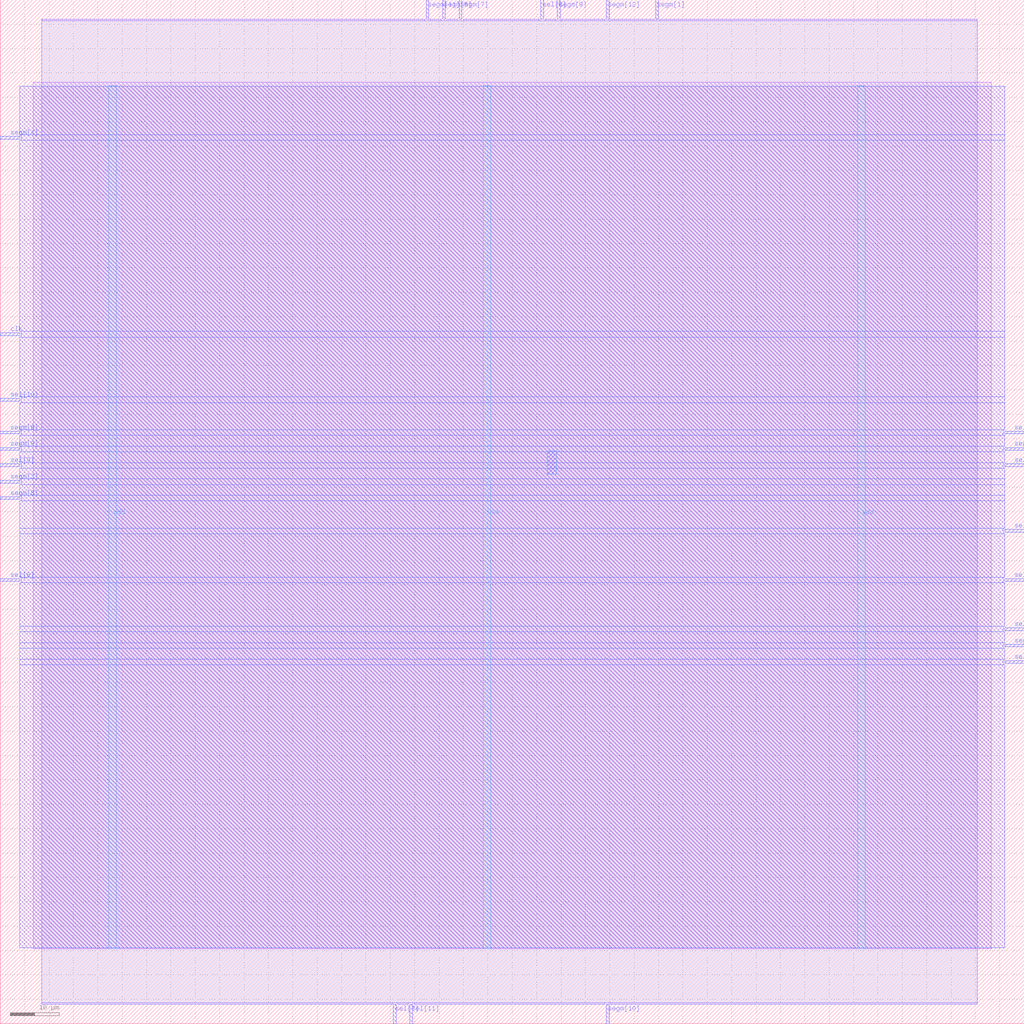
<source format=lef>
VERSION 5.7 ;
  NOWIREEXTENSIONATPIN ON ;
  DIVIDERCHAR "/" ;
  BUSBITCHARS "[]" ;
MACRO ita28
  CLASS BLOCK ;
  FOREIGN ita28 ;
  ORIGIN 0.000 0.000 ;
  SIZE 210.000 BY 210.000 ;
  PIN clk
    DIRECTION INPUT ;
    USE SIGNAL ;
    ANTENNAGATEAREA 4.738000 ;
    ANTENNADIFFAREA 0.410400 ;
    PORT
      LAYER Metal3 ;
        RECT 0.000 141.120 4.000 141.680 ;
    END
  END clk
  PIN segm[0]
    DIRECTION OUTPUT TRISTATE ;
    USE SIGNAL ;
    ANTENNADIFFAREA 4.731200 ;
    PORT
      LAYER Metal3 ;
        RECT 0.000 117.600 4.000 118.160 ;
    END
  END segm[0]
  PIN segm[10]
    DIRECTION OUTPUT TRISTATE ;
    USE SIGNAL ;
    ANTENNADIFFAREA 4.731200 ;
    PORT
      LAYER Metal2 ;
        RECT 124.320 0.000 124.880 4.000 ;
    END
  END segm[10]
  PIN segm[11]
    DIRECTION OUTPUT TRISTATE ;
    USE SIGNAL ;
    ANTENNADIFFAREA 4.731200 ;
    PORT
      LAYER Metal2 ;
        RECT 87.360 206.000 87.920 210.000 ;
    END
  END segm[11]
  PIN segm[12]
    DIRECTION OUTPUT TRISTATE ;
    USE SIGNAL ;
    ANTENNADIFFAREA 4.731200 ;
    PORT
      LAYER Metal2 ;
        RECT 124.320 206.000 124.880 210.000 ;
    END
  END segm[12]
  PIN segm[13]
    DIRECTION OUTPUT TRISTATE ;
    USE SIGNAL ;
    ANTENNADIFFAREA 4.731200 ;
    PORT
      LAYER Metal3 ;
        RECT 206.000 117.600 210.000 118.160 ;
    END
  END segm[13]
  PIN segm[1]
    DIRECTION OUTPUT TRISTATE ;
    USE SIGNAL ;
    ANTENNADIFFAREA 0.360800 ;
    PORT
      LAYER Metal2 ;
        RECT 134.400 206.000 134.960 210.000 ;
    END
  END segm[1]
  PIN segm[2]
    DIRECTION OUTPUT TRISTATE ;
    USE SIGNAL ;
    ANTENNADIFFAREA 4.731200 ;
    PORT
      LAYER Metal3 ;
        RECT 206.000 77.280 210.000 77.840 ;
    END
  END segm[2]
  PIN segm[3]
    DIRECTION OUTPUT TRISTATE ;
    USE SIGNAL ;
    ANTENNADIFFAREA 4.731200 ;
    PORT
      LAYER Metal3 ;
        RECT 0.000 110.880 4.000 111.440 ;
    END
  END segm[3]
  PIN segm[4]
    DIRECTION OUTPUT TRISTATE ;
    USE SIGNAL ;
    ANTENNADIFFAREA 0.360800 ;
    PORT
      LAYER Metal3 ;
        RECT 0.000 181.440 4.000 182.000 ;
    END
  END segm[4]
  PIN segm[5]
    DIRECTION OUTPUT TRISTATE ;
    USE SIGNAL ;
    ANTENNADIFFAREA 0.360800 ;
    PORT
      LAYER Metal2 ;
        RECT 90.720 206.000 91.280 210.000 ;
    END
  END segm[5]
  PIN segm[6]
    DIRECTION OUTPUT TRISTATE ;
    USE SIGNAL ;
    ANTENNADIFFAREA 4.731200 ;
    PORT
      LAYER Metal3 ;
        RECT 0.000 120.960 4.000 121.520 ;
    END
  END segm[6]
  PIN segm[7]
    DIRECTION OUTPUT TRISTATE ;
    USE SIGNAL ;
    ANTENNADIFFAREA 4.731200 ;
    PORT
      LAYER Metal2 ;
        RECT 94.080 206.000 94.640 210.000 ;
    END
  END segm[7]
  PIN segm[8]
    DIRECTION OUTPUT TRISTATE ;
    USE SIGNAL ;
    ANTENNADIFFAREA 4.731200 ;
    PORT
      LAYER Metal3 ;
        RECT 0.000 107.520 4.000 108.080 ;
    END
  END segm[8]
  PIN segm[9]
    DIRECTION OUTPUT TRISTATE ;
    USE SIGNAL ;
    ANTENNADIFFAREA 4.731200 ;
    PORT
      LAYER Metal2 ;
        RECT 114.240 206.000 114.800 210.000 ;
    END
  END segm[9]
  PIN sel[0]
    DIRECTION OUTPUT TRISTATE ;
    USE SIGNAL ;
    ANTENNADIFFAREA 4.731200 ;
    PORT
      LAYER Metal3 ;
        RECT 206.000 120.960 210.000 121.520 ;
    END
  END sel[0]
  PIN sel[10]
    DIRECTION OUTPUT TRISTATE ;
    USE SIGNAL ;
    ANTENNADIFFAREA 4.731200 ;
    PORT
      LAYER Metal3 ;
        RECT 0.000 127.680 4.000 128.240 ;
    END
  END sel[10]
  PIN sel[11]
    DIRECTION OUTPUT TRISTATE ;
    USE SIGNAL ;
    ANTENNADIFFAREA 4.731200 ;
    PORT
      LAYER Metal2 ;
        RECT 84.000 0.000 84.560 4.000 ;
    END
  END sel[11]
  PIN sel[1]
    DIRECTION OUTPUT TRISTATE ;
    USE SIGNAL ;
    ANTENNADIFFAREA 4.731200 ;
    PORT
      LAYER Metal3 ;
        RECT 206.000 114.240 210.000 114.800 ;
    END
  END sel[1]
  PIN sel[2]
    DIRECTION OUTPUT TRISTATE ;
    USE SIGNAL ;
    ANTENNADIFFAREA 4.731200 ;
    PORT
      LAYER Metal3 ;
        RECT 206.000 100.800 210.000 101.360 ;
    END
  END sel[2]
  PIN sel[3]
    DIRECTION OUTPUT TRISTATE ;
    USE SIGNAL ;
    ANTENNADIFFAREA 4.731200 ;
    PORT
      LAYER Metal3 ;
        RECT 206.000 90.720 210.000 91.280 ;
    END
  END sel[3]
  PIN sel[4]
    DIRECTION OUTPUT TRISTATE ;
    USE SIGNAL ;
    ANTENNADIFFAREA 4.731200 ;
    PORT
      LAYER Metal3 ;
        RECT 206.000 80.640 210.000 81.200 ;
    END
  END sel[4]
  PIN sel[5]
    DIRECTION OUTPUT TRISTATE ;
    USE SIGNAL ;
    ANTENNADIFFAREA 4.731200 ;
    PORT
      LAYER Metal2 ;
        RECT 110.880 206.000 111.440 210.000 ;
    END
  END sel[5]
  PIN sel[6]
    DIRECTION OUTPUT TRISTATE ;
    USE SIGNAL ;
    ANTENNADIFFAREA 4.731200 ;
    PORT
      LAYER Metal3 ;
        RECT 206.000 73.920 210.000 74.480 ;
    END
  END sel[6]
  PIN sel[7]
    DIRECTION OUTPUT TRISTATE ;
    USE SIGNAL ;
    ANTENNADIFFAREA 4.731200 ;
    PORT
      LAYER Metal2 ;
        RECT 80.640 0.000 81.200 4.000 ;
    END
  END sel[7]
  PIN sel[8]
    DIRECTION OUTPUT TRISTATE ;
    USE SIGNAL ;
    ANTENNADIFFAREA 4.731200 ;
    PORT
      LAYER Metal3 ;
        RECT 0.000 90.720 4.000 91.280 ;
    END
  END sel[8]
  PIN sel[9]
    DIRECTION OUTPUT TRISTATE ;
    USE SIGNAL ;
    ANTENNADIFFAREA 4.731200 ;
    PORT
      LAYER Metal3 ;
        RECT 0.000 114.240 4.000 114.800 ;
    END
  END sel[9]
  PIN vdd
    DIRECTION INOUT ;
    USE POWER ;
    PORT
      LAYER Metal4 ;
        RECT 22.240 15.380 23.840 192.380 ;
    END
    PORT
      LAYER Metal4 ;
        RECT 175.840 15.380 177.440 192.380 ;
    END
  END vdd
  PIN vss
    DIRECTION INOUT ;
    USE GROUND ;
    PORT
      LAYER Metal4 ;
        RECT 99.040 15.380 100.640 192.380 ;
    END
  END vss
  OBS
      LAYER Metal1 ;
        RECT 6.720 15.380 203.280 193.050 ;
      LAYER Metal2 ;
        RECT 8.540 205.700 87.060 206.000 ;
        RECT 88.220 205.700 90.420 206.000 ;
        RECT 91.580 205.700 93.780 206.000 ;
        RECT 94.940 205.700 110.580 206.000 ;
        RECT 111.740 205.700 113.940 206.000 ;
        RECT 115.100 205.700 124.020 206.000 ;
        RECT 125.180 205.700 134.100 206.000 ;
        RECT 135.260 205.700 200.340 206.000 ;
        RECT 8.540 4.300 200.340 205.700 ;
        RECT 8.540 4.000 80.340 4.300 ;
        RECT 81.500 4.000 83.700 4.300 ;
        RECT 84.860 4.000 124.020 4.300 ;
        RECT 125.180 4.000 200.340 4.300 ;
      LAYER Metal3 ;
        RECT 4.000 182.300 206.000 192.220 ;
        RECT 4.300 181.140 206.000 182.300 ;
        RECT 4.000 141.980 206.000 181.140 ;
        RECT 4.300 140.820 206.000 141.980 ;
        RECT 4.000 128.540 206.000 140.820 ;
        RECT 4.300 127.380 206.000 128.540 ;
        RECT 4.000 121.820 206.000 127.380 ;
        RECT 4.300 120.660 205.700 121.820 ;
        RECT 4.000 118.460 206.000 120.660 ;
        RECT 4.300 117.300 205.700 118.460 ;
        RECT 4.000 115.100 206.000 117.300 ;
        RECT 4.300 113.940 205.700 115.100 ;
        RECT 4.000 111.740 206.000 113.940 ;
        RECT 4.300 110.580 206.000 111.740 ;
        RECT 4.000 108.380 206.000 110.580 ;
        RECT 4.300 107.220 206.000 108.380 ;
        RECT 4.000 101.660 206.000 107.220 ;
        RECT 4.000 100.500 205.700 101.660 ;
        RECT 4.000 91.580 206.000 100.500 ;
        RECT 4.300 90.420 205.700 91.580 ;
        RECT 4.000 81.500 206.000 90.420 ;
        RECT 4.000 80.340 205.700 81.500 ;
        RECT 4.000 78.140 206.000 80.340 ;
        RECT 4.000 76.980 205.700 78.140 ;
        RECT 4.000 74.780 206.000 76.980 ;
        RECT 4.000 73.620 205.700 74.780 ;
        RECT 4.000 15.540 206.000 73.620 ;
      LAYER Metal4 ;
        RECT 112.140 112.650 114.100 117.510 ;
  END
END ita28
END LIBRARY


</source>
